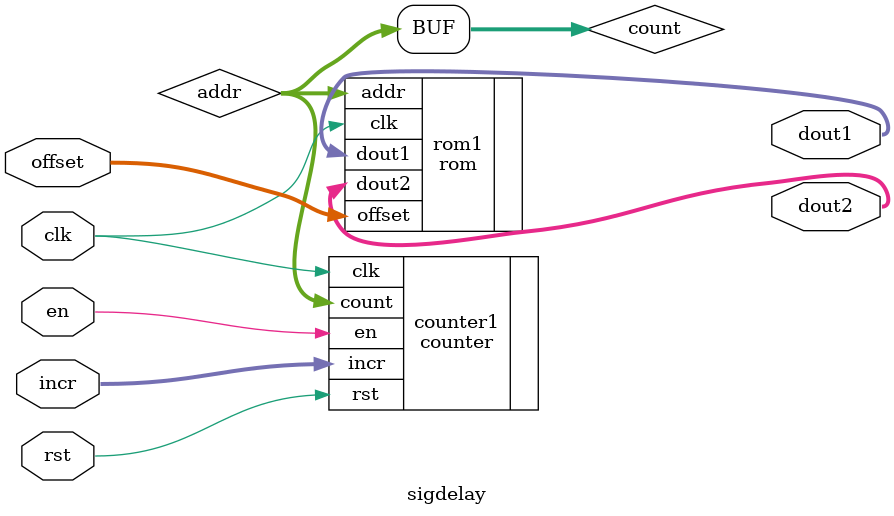
<source format=sv>
module sigdelay #(
    parameter ADDRESS_WIDTH = 9,
    parameter DATA_WIDTH = 8
) (
    input logic clk,
    input logic rst,
    input logic en,
    input logic [ADDRESS_WIDTH-1:0] incr,
    input logic [ADDRESS_WIDTH-1:0] offset,
    output logic [DATA_WIDTH-1:0] dout1,
    output logic [DATA_WIDTH-1:0] dout2
);

logic [ADDRESS_WIDTH-1:0] count;
logic [ADDRESS_WIDTH-1:0] addr;

assign addr = count;

rom #(
    .ADDRESS_WIDTH(ADDRESS_WIDTH),
    .DATA_WIDTH(DATA_WIDTH)
) rom1 (
    .clk(clk),
    .addr(addr),
    .dout1(dout1),
    .dout2(dout2),
    .offset(offset)
);

counter #(
    .WIDTH(ADDRESS_WIDTH)
) counter1 (
    .clk(clk),
    .rst(rst),
    .en(en),
    .incr(incr),
    .count(count)
);

    
endmodule


</source>
